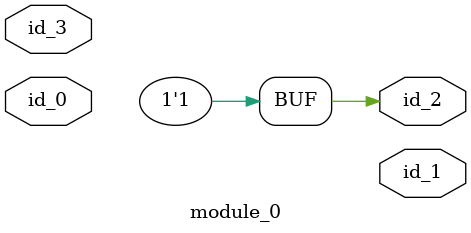
<source format=v>
module module_0 (
    input  id_0,
    output id_1,
    output id_2,
    input  id_3
);
  assign id_2 = (id_0) ^ 1;
  assign id_2 = 1;
endmodule

</source>
